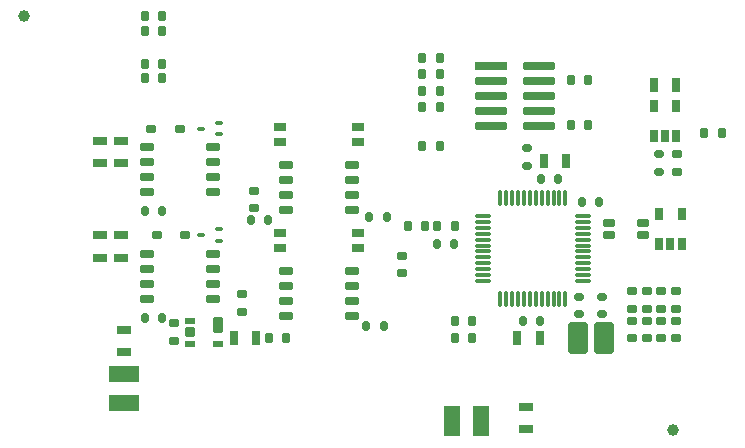
<source format=gtp>
G04*
G04 #@! TF.GenerationSoftware,Altium Limited,Altium Designer,22.6.1 (34)*
G04*
G04 Layer_Color=8421504*
%FSLAX25Y25*%
%MOIN*%
G70*
G04*
G04 #@! TF.SameCoordinates,9ADE90FA-7DC8-4C6E-95E8-500F00D2387A*
G04*
G04*
G04 #@! TF.FilePolarity,Positive*
G04*
G01*
G75*
G04:AMPARAMS|DCode=10|XSize=31.5mil|YSize=25.59mil|CornerRadius=6.4mil|HoleSize=0mil|Usage=FLASHONLY|Rotation=270.000|XOffset=0mil|YOffset=0mil|HoleType=Round|Shape=RoundedRectangle|*
%AMROUNDEDRECTD10*
21,1,0.03150,0.01280,0,0,270.0*
21,1,0.01870,0.02559,0,0,270.0*
1,1,0.01280,-0.00640,-0.00935*
1,1,0.01280,-0.00640,0.00935*
1,1,0.01280,0.00640,0.00935*
1,1,0.01280,0.00640,-0.00935*
%
%ADD10ROUNDEDRECTD10*%
G04:AMPARAMS|DCode=11|XSize=23.62mil|YSize=47.24mil|CornerRadius=3.54mil|HoleSize=0mil|Usage=FLASHONLY|Rotation=270.000|XOffset=0mil|YOffset=0mil|HoleType=Round|Shape=RoundedRectangle|*
%AMROUNDEDRECTD11*
21,1,0.02362,0.04016,0,0,270.0*
21,1,0.01654,0.04724,0,0,270.0*
1,1,0.00709,-0.02008,-0.00827*
1,1,0.00709,-0.02008,0.00827*
1,1,0.00709,0.02008,0.00827*
1,1,0.00709,0.02008,-0.00827*
%
%ADD11ROUNDEDRECTD11*%
G04:AMPARAMS|DCode=12|XSize=11.81mil|YSize=51.18mil|CornerRadius=1.77mil|HoleSize=0mil|Usage=FLASHONLY|Rotation=0.000|XOffset=0mil|YOffset=0mil|HoleType=Round|Shape=RoundedRectangle|*
%AMROUNDEDRECTD12*
21,1,0.01181,0.04764,0,0,0.0*
21,1,0.00827,0.05118,0,0,0.0*
1,1,0.00354,0.00413,-0.02382*
1,1,0.00354,-0.00413,-0.02382*
1,1,0.00354,-0.00413,0.02382*
1,1,0.00354,0.00413,0.02382*
%
%ADD12ROUNDEDRECTD12*%
G04:AMPARAMS|DCode=13|XSize=11.81mil|YSize=51.18mil|CornerRadius=1.77mil|HoleSize=0mil|Usage=FLASHONLY|Rotation=90.000|XOffset=0mil|YOffset=0mil|HoleType=Round|Shape=RoundedRectangle|*
%AMROUNDEDRECTD13*
21,1,0.01181,0.04764,0,0,90.0*
21,1,0.00827,0.05118,0,0,90.0*
1,1,0.00354,0.02382,0.00413*
1,1,0.00354,0.02382,-0.00413*
1,1,0.00354,-0.02382,-0.00413*
1,1,0.00354,-0.02382,0.00413*
%
%ADD13ROUNDEDRECTD13*%
G04:AMPARAMS|DCode=14|XSize=31.5mil|YSize=25.59mil|CornerRadius=6.4mil|HoleSize=0mil|Usage=FLASHONLY|Rotation=180.000|XOffset=0mil|YOffset=0mil|HoleType=Round|Shape=RoundedRectangle|*
%AMROUNDEDRECTD14*
21,1,0.03150,0.01280,0,0,180.0*
21,1,0.01870,0.02559,0,0,180.0*
1,1,0.01280,-0.00935,0.00640*
1,1,0.01280,0.00935,0.00640*
1,1,0.01280,0.00935,-0.00640*
1,1,0.01280,-0.00935,-0.00640*
%
%ADD14ROUNDEDRECTD14*%
G04:AMPARAMS|DCode=15|XSize=27.56mil|YSize=43.31mil|CornerRadius=4.13mil|HoleSize=0mil|Usage=FLASHONLY|Rotation=270.000|XOffset=0mil|YOffset=0mil|HoleType=Round|Shape=RoundedRectangle|*
%AMROUNDEDRECTD15*
21,1,0.02756,0.03504,0,0,270.0*
21,1,0.01929,0.04331,0,0,270.0*
1,1,0.00827,-0.01752,-0.00965*
1,1,0.00827,-0.01752,0.00965*
1,1,0.00827,0.01752,0.00965*
1,1,0.00827,0.01752,-0.00965*
%
%ADD15ROUNDEDRECTD15*%
G04:AMPARAMS|DCode=16|XSize=106.3mil|YSize=66.93mil|CornerRadius=6.69mil|HoleSize=0mil|Usage=FLASHONLY|Rotation=270.000|XOffset=0mil|YOffset=0mil|HoleType=Round|Shape=RoundedRectangle|*
%AMROUNDEDRECTD16*
21,1,0.10630,0.05354,0,0,270.0*
21,1,0.09291,0.06693,0,0,270.0*
1,1,0.01339,-0.02677,-0.04646*
1,1,0.01339,-0.02677,0.04646*
1,1,0.01339,0.02677,0.04646*
1,1,0.01339,0.02677,-0.04646*
%
%ADD16ROUNDEDRECTD16*%
G04:AMPARAMS|DCode=17|XSize=33.47mil|YSize=23.62mil|CornerRadius=2.36mil|HoleSize=0mil|Usage=FLASHONLY|Rotation=180.000|XOffset=0mil|YOffset=0mil|HoleType=Round|Shape=RoundedRectangle|*
%AMROUNDEDRECTD17*
21,1,0.03347,0.01890,0,0,180.0*
21,1,0.02874,0.02362,0,0,180.0*
1,1,0.00472,-0.01437,0.00945*
1,1,0.00472,0.01437,0.00945*
1,1,0.00472,0.01437,-0.00945*
1,1,0.00472,-0.01437,-0.00945*
%
%ADD17ROUNDEDRECTD17*%
G04:AMPARAMS|DCode=18|XSize=23.62mil|YSize=31.5mil|CornerRadius=3.54mil|HoleSize=0mil|Usage=FLASHONLY|Rotation=90.000|XOffset=0mil|YOffset=0mil|HoleType=Round|Shape=RoundedRectangle|*
%AMROUNDEDRECTD18*
21,1,0.02362,0.02441,0,0,90.0*
21,1,0.01654,0.03150,0,0,90.0*
1,1,0.00709,0.01221,0.00827*
1,1,0.00709,0.01221,-0.00827*
1,1,0.00709,-0.01221,-0.00827*
1,1,0.00709,-0.01221,0.00827*
%
%ADD18ROUNDEDRECTD18*%
G04:AMPARAMS|DCode=19|XSize=33.47mil|YSize=23.62mil|CornerRadius=2.36mil|HoleSize=0mil|Usage=FLASHONLY|Rotation=90.000|XOffset=0mil|YOffset=0mil|HoleType=Round|Shape=RoundedRectangle|*
%AMROUNDEDRECTD19*
21,1,0.03347,0.01890,0,0,90.0*
21,1,0.02874,0.02362,0,0,90.0*
1,1,0.00472,0.00945,0.01437*
1,1,0.00472,0.00945,-0.01437*
1,1,0.00472,-0.00945,-0.01437*
1,1,0.00472,-0.00945,0.01437*
%
%ADD19ROUNDEDRECTD19*%
G04:AMPARAMS|DCode=20|XSize=55.12mil|YSize=35.43mil|CornerRadius=5.32mil|HoleSize=0mil|Usage=FLASHONLY|Rotation=90.000|XOffset=0mil|YOffset=0mil|HoleType=Round|Shape=RoundedRectangle|*
%AMROUNDEDRECTD20*
21,1,0.05512,0.02480,0,0,90.0*
21,1,0.04449,0.03543,0,0,90.0*
1,1,0.01063,0.01240,0.02224*
1,1,0.01063,0.01240,-0.02224*
1,1,0.01063,-0.01240,-0.02224*
1,1,0.01063,-0.01240,0.02224*
%
%ADD20ROUNDEDRECTD20*%
G04:AMPARAMS|DCode=21|XSize=19.68mil|YSize=35.43mil|CornerRadius=2.95mil|HoleSize=0mil|Usage=FLASHONLY|Rotation=90.000|XOffset=0mil|YOffset=0mil|HoleType=Round|Shape=RoundedRectangle|*
%AMROUNDEDRECTD21*
21,1,0.01968,0.02953,0,0,90.0*
21,1,0.01378,0.03543,0,0,90.0*
1,1,0.00591,0.01476,0.00689*
1,1,0.00591,0.01476,-0.00689*
1,1,0.00591,-0.01476,-0.00689*
1,1,0.00591,-0.01476,0.00689*
%
%ADD21ROUNDEDRECTD21*%
G04:AMPARAMS|DCode=22|XSize=31.5mil|YSize=35.43mil|CornerRadius=4.72mil|HoleSize=0mil|Usage=FLASHONLY|Rotation=90.000|XOffset=0mil|YOffset=0mil|HoleType=Round|Shape=RoundedRectangle|*
%AMROUNDEDRECTD22*
21,1,0.03150,0.02598,0,0,90.0*
21,1,0.02205,0.03543,0,0,90.0*
1,1,0.00945,0.01299,0.01102*
1,1,0.00945,0.01299,-0.01102*
1,1,0.00945,-0.01299,-0.01102*
1,1,0.00945,-0.01299,0.01102*
%
%ADD22ROUNDEDRECTD22*%
G04:AMPARAMS|DCode=23|XSize=49.21mil|YSize=27.56mil|CornerRadius=2.76mil|HoleSize=0mil|Usage=FLASHONLY|Rotation=270.000|XOffset=0mil|YOffset=0mil|HoleType=Round|Shape=RoundedRectangle|*
%AMROUNDEDRECTD23*
21,1,0.04921,0.02205,0,0,270.0*
21,1,0.04370,0.02756,0,0,270.0*
1,1,0.00551,-0.01102,-0.02185*
1,1,0.00551,-0.01102,0.02185*
1,1,0.00551,0.01102,0.02185*
1,1,0.00551,0.01102,-0.02185*
%
%ADD23ROUNDEDRECTD23*%
G04:AMPARAMS|DCode=24|XSize=13.78mil|YSize=23.62mil|CornerRadius=2.07mil|HoleSize=0mil|Usage=FLASHONLY|Rotation=270.000|XOffset=0mil|YOffset=0mil|HoleType=Round|Shape=RoundedRectangle|*
%AMROUNDEDRECTD24*
21,1,0.01378,0.01949,0,0,270.0*
21,1,0.00965,0.02362,0,0,270.0*
1,1,0.00413,-0.00974,-0.00482*
1,1,0.00413,-0.00974,0.00482*
1,1,0.00413,0.00974,0.00482*
1,1,0.00413,0.00974,-0.00482*
%
%ADD24ROUNDEDRECTD24*%
G04:AMPARAMS|DCode=25|XSize=49.21mil|YSize=27.56mil|CornerRadius=2.76mil|HoleSize=0mil|Usage=FLASHONLY|Rotation=0.000|XOffset=0mil|YOffset=0mil|HoleType=Round|Shape=RoundedRectangle|*
%AMROUNDEDRECTD25*
21,1,0.04921,0.02205,0,0,0.0*
21,1,0.04370,0.02756,0,0,0.0*
1,1,0.00551,0.02185,-0.01102*
1,1,0.00551,-0.02185,-0.01102*
1,1,0.00551,-0.02185,0.01102*
1,1,0.00551,0.02185,0.01102*
%
%ADD25ROUNDEDRECTD25*%
%ADD26R,0.00787X0.00787*%
%ADD27C,0.03937*%
G04:AMPARAMS|DCode=28|XSize=23.62mil|YSize=43.31mil|CornerRadius=2.36mil|HoleSize=0mil|Usage=FLASHONLY|Rotation=180.000|XOffset=0mil|YOffset=0mil|HoleType=Round|Shape=RoundedRectangle|*
%AMROUNDEDRECTD28*
21,1,0.02362,0.03858,0,0,180.0*
21,1,0.01890,0.04331,0,0,180.0*
1,1,0.00472,-0.00945,0.01929*
1,1,0.00472,0.00945,0.01929*
1,1,0.00472,0.00945,-0.01929*
1,1,0.00472,-0.00945,-0.01929*
%
%ADD28ROUNDEDRECTD28*%
G04:AMPARAMS|DCode=29|XSize=43.31mil|YSize=23.62mil|CornerRadius=3.54mil|HoleSize=0mil|Usage=FLASHONLY|Rotation=180.000|XOffset=0mil|YOffset=0mil|HoleType=Round|Shape=RoundedRectangle|*
%AMROUNDEDRECTD29*
21,1,0.04331,0.01654,0,0,180.0*
21,1,0.03622,0.02362,0,0,180.0*
1,1,0.00709,-0.01811,0.00827*
1,1,0.00709,0.01811,0.00827*
1,1,0.00709,0.01811,-0.00827*
1,1,0.00709,-0.01811,-0.00827*
%
%ADD29ROUNDEDRECTD29*%
G04:AMPARAMS|DCode=30|XSize=55.12mil|YSize=102.36mil|CornerRadius=8.27mil|HoleSize=0mil|Usage=FLASHONLY|Rotation=180.000|XOffset=0mil|YOffset=0mil|HoleType=Round|Shape=RoundedRectangle|*
%AMROUNDEDRECTD30*
21,1,0.05512,0.08583,0,0,180.0*
21,1,0.03858,0.10236,0,0,180.0*
1,1,0.01654,-0.01929,0.04291*
1,1,0.01654,0.01929,0.04291*
1,1,0.01654,0.01929,-0.04291*
1,1,0.01654,-0.01929,-0.04291*
%
%ADD30ROUNDEDRECTD30*%
G04:AMPARAMS|DCode=31|XSize=55.12mil|YSize=102.36mil|CornerRadius=8.27mil|HoleSize=0mil|Usage=FLASHONLY|Rotation=90.000|XOffset=0mil|YOffset=0mil|HoleType=Round|Shape=RoundedRectangle|*
%AMROUNDEDRECTD31*
21,1,0.05512,0.08583,0,0,90.0*
21,1,0.03858,0.10236,0,0,90.0*
1,1,0.01654,0.04291,0.01929*
1,1,0.01654,0.04291,-0.01929*
1,1,0.01654,-0.04291,-0.01929*
1,1,0.01654,-0.04291,0.01929*
%
%ADD31ROUNDEDRECTD31*%
%ADD32R,0.10630X0.02756*%
G04:AMPARAMS|DCode=33|XSize=27.56mil|YSize=106.3mil|CornerRadius=4.13mil|HoleSize=0mil|Usage=FLASHONLY|Rotation=270.000|XOffset=0mil|YOffset=0mil|HoleType=Round|Shape=RoundedRectangle|*
%AMROUNDEDRECTD33*
21,1,0.02756,0.09803,0,0,270.0*
21,1,0.01929,0.10630,0,0,270.0*
1,1,0.00827,-0.04902,-0.00965*
1,1,0.00827,-0.04902,0.00965*
1,1,0.00827,0.04902,0.00965*
1,1,0.00827,0.04902,-0.00965*
%
%ADD33ROUNDEDRECTD33*%
D10*
X136713Y78740D02*
D03*
X131004D02*
D03*
X91634Y77756D02*
D03*
X97342D02*
D03*
X135728Y42323D02*
D03*
X130020D02*
D03*
X187894Y44291D02*
D03*
X182185D02*
D03*
X193799Y91535D02*
D03*
X188091D02*
D03*
X153642Y69882D02*
D03*
X159350D02*
D03*
X56201Y80709D02*
D03*
X61909D02*
D03*
X56201Y45276D02*
D03*
X61910D02*
D03*
X207579Y83661D02*
D03*
X201870D02*
D03*
D11*
X56890Y66555D02*
D03*
Y61555D02*
D03*
Y56555D02*
D03*
Y51555D02*
D03*
X78937Y66555D02*
D03*
Y61555D02*
D03*
Y56555D02*
D03*
Y51555D02*
D03*
X103150Y96083D02*
D03*
Y91083D02*
D03*
Y86083D02*
D03*
Y81083D02*
D03*
X125197Y96083D02*
D03*
Y91083D02*
D03*
Y86083D02*
D03*
Y81083D02*
D03*
X78937Y86988D02*
D03*
Y91988D02*
D03*
Y96988D02*
D03*
Y101988D02*
D03*
X56890Y86988D02*
D03*
Y91988D02*
D03*
Y96988D02*
D03*
Y101988D02*
D03*
X103150Y60650D02*
D03*
Y55650D02*
D03*
Y50650D02*
D03*
Y45650D02*
D03*
X125197Y60650D02*
D03*
Y55650D02*
D03*
Y50650D02*
D03*
Y45650D02*
D03*
D12*
X174669Y85043D02*
D03*
X176638D02*
D03*
X178606D02*
D03*
X180575D02*
D03*
X182543D02*
D03*
X184512D02*
D03*
X186480D02*
D03*
X188449D02*
D03*
X190417D02*
D03*
X192386D02*
D03*
X194354D02*
D03*
X196323D02*
D03*
Y51579D02*
D03*
X194354D02*
D03*
X192386D02*
D03*
X190417D02*
D03*
X188449D02*
D03*
X186480D02*
D03*
X184512D02*
D03*
X182543D02*
D03*
X180575D02*
D03*
X178606D02*
D03*
X176638D02*
D03*
X174669D02*
D03*
D13*
X202228Y79138D02*
D03*
Y77169D02*
D03*
Y75201D02*
D03*
Y73232D02*
D03*
Y71264D02*
D03*
Y69295D02*
D03*
Y67327D02*
D03*
Y65358D02*
D03*
Y63390D02*
D03*
Y61421D02*
D03*
Y59453D02*
D03*
Y57484D02*
D03*
X168764D02*
D03*
Y59453D02*
D03*
Y61421D02*
D03*
Y63390D02*
D03*
Y65358D02*
D03*
Y67327D02*
D03*
Y69295D02*
D03*
Y71264D02*
D03*
Y73232D02*
D03*
Y75201D02*
D03*
Y77169D02*
D03*
Y79138D02*
D03*
D14*
X208661Y46358D02*
D03*
Y52067D02*
D03*
X200787Y46358D02*
D03*
Y52067D02*
D03*
X183496Y95957D02*
D03*
Y101665D02*
D03*
X227496Y93957D02*
D03*
Y99665D02*
D03*
D15*
X127165Y68366D02*
D03*
Y73366D02*
D03*
X101181Y68366D02*
D03*
Y73366D02*
D03*
Y108799D02*
D03*
Y103799D02*
D03*
X127165Y108799D02*
D03*
Y103799D02*
D03*
D16*
X200394Y38386D02*
D03*
X209055D02*
D03*
D17*
X88583Y47244D02*
D03*
Y53150D02*
D03*
X65945Y43307D02*
D03*
Y37402D02*
D03*
X92520Y81693D02*
D03*
Y87598D02*
D03*
X141732Y60039D02*
D03*
Y65945D02*
D03*
X218504Y44291D02*
D03*
Y38386D02*
D03*
X223425D02*
D03*
Y44291D02*
D03*
X228346D02*
D03*
Y38386D02*
D03*
X233268D02*
D03*
Y44291D02*
D03*
Y54134D02*
D03*
Y48228D02*
D03*
X228346Y54134D02*
D03*
Y48228D02*
D03*
X223425Y54134D02*
D03*
Y48228D02*
D03*
X218504Y54134D02*
D03*
Y48228D02*
D03*
X233496Y99764D02*
D03*
Y93858D02*
D03*
D18*
X69685Y72835D02*
D03*
X60236D02*
D03*
X67716Y108268D02*
D03*
X58268D02*
D03*
D19*
X242543Y106811D02*
D03*
X248449D02*
D03*
X203949Y109311D02*
D03*
X198043D02*
D03*
X203949Y124311D02*
D03*
X198043D02*
D03*
X97441Y38386D02*
D03*
X103347D02*
D03*
X154528Y102362D02*
D03*
X148622D02*
D03*
X143701Y75787D02*
D03*
X149606D02*
D03*
X154449Y131811D02*
D03*
X148543D02*
D03*
Y126311D02*
D03*
X154449D02*
D03*
Y120811D02*
D03*
X148543D02*
D03*
Y115311D02*
D03*
X154449D02*
D03*
X159449Y38386D02*
D03*
X165354D02*
D03*
Y44291D02*
D03*
X159449D02*
D03*
X62008Y125197D02*
D03*
X56102D02*
D03*
X62008Y129921D02*
D03*
X56102D02*
D03*
X62008Y140945D02*
D03*
X56102D02*
D03*
X62008Y145669D02*
D03*
X56102D02*
D03*
X159449Y75787D02*
D03*
X153543D02*
D03*
D20*
X80512Y42717D02*
D03*
D21*
Y36614D02*
D03*
X71063D02*
D03*
Y44094D02*
D03*
D22*
Y40354D02*
D03*
D23*
X85827Y38386D02*
D03*
X93307D02*
D03*
X189173Y97441D02*
D03*
X196653D02*
D03*
X180315Y38386D02*
D03*
X187795D02*
D03*
X233236Y122811D02*
D03*
X225756D02*
D03*
D24*
X74803Y108268D02*
D03*
X80709Y110236D02*
D03*
Y106299D02*
D03*
X74803Y72835D02*
D03*
X80709Y74803D02*
D03*
Y70866D02*
D03*
D25*
X41339Y104134D02*
D03*
Y96653D02*
D03*
X49213Y33661D02*
D03*
Y41142D02*
D03*
X183071Y15551D02*
D03*
Y8071D02*
D03*
X41339Y65158D02*
D03*
Y72638D02*
D03*
X48228Y104134D02*
D03*
Y96653D02*
D03*
Y72638D02*
D03*
Y65158D02*
D03*
D26*
X15748Y145669D02*
D03*
X232283Y7874D02*
D03*
D27*
X15748Y145669D02*
D03*
X232283Y7874D02*
D03*
D28*
X227559Y79921D02*
D03*
X235039D02*
D03*
Y69685D02*
D03*
X231299D02*
D03*
X227559D02*
D03*
X225756Y105693D02*
D03*
X229496D02*
D03*
X233236D02*
D03*
Y115929D02*
D03*
X225756D02*
D03*
D29*
X211024Y76772D02*
D03*
X222047D02*
D03*
Y72835D02*
D03*
X211024D02*
D03*
D30*
X168110Y10827D02*
D03*
X158661D02*
D03*
D31*
X49213Y16929D02*
D03*
Y26378D02*
D03*
D32*
X171622Y129271D02*
D03*
D33*
X187370D02*
D03*
X171622Y124271D02*
D03*
X187370D02*
D03*
X171622Y119271D02*
D03*
Y114271D02*
D03*
Y109271D02*
D03*
X187370Y119271D02*
D03*
Y114271D02*
D03*
Y109271D02*
D03*
M02*

</source>
